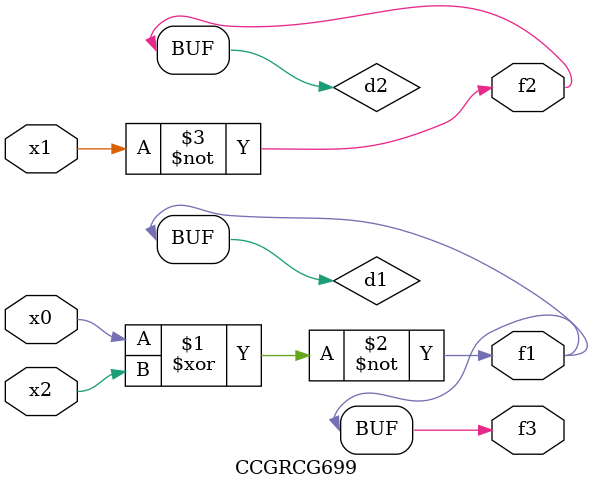
<source format=v>
module CCGRCG699(
	input x0, x1, x2,
	output f1, f2, f3
);

	wire d1, d2, d3;

	xnor (d1, x0, x2);
	nand (d2, x1);
	nor (d3, x1, x2);
	assign f1 = d1;
	assign f2 = d2;
	assign f3 = d1;
endmodule

</source>
